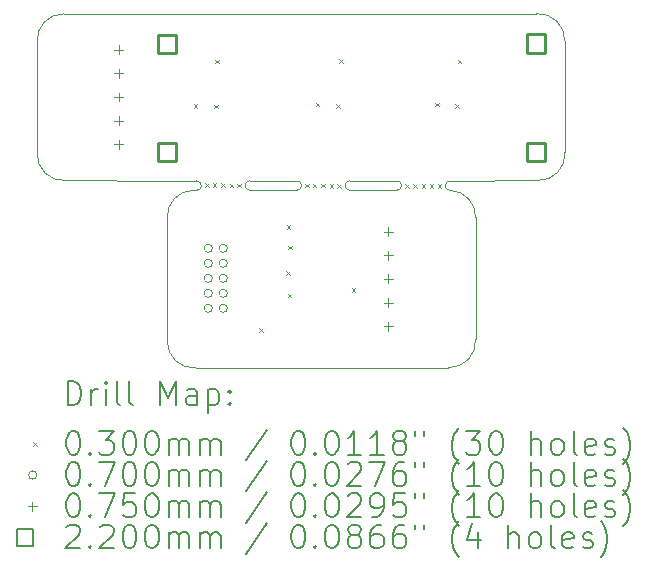
<source format=gbr>
%TF.GenerationSoftware,KiCad,Pcbnew,8.0.3*%
%TF.CreationDate,2025-09-30T21:19:31-04:00*%
%TF.ProjectId,NewHallSensorsLimitSwitches,4e657748-616c-46c5-9365-6e736f72734c,rev?*%
%TF.SameCoordinates,Original*%
%TF.FileFunction,Drillmap*%
%TF.FilePolarity,Positive*%
%FSLAX45Y45*%
G04 Gerber Fmt 4.5, Leading zero omitted, Abs format (unit mm)*
G04 Created by KiCad (PCBNEW 8.0.3) date 2025-09-30 21:19:31*
%MOMM*%
%LPD*%
G01*
G04 APERTURE LIST*
%ADD10C,0.050000*%
%ADD11C,0.200000*%
%ADD12C,0.100000*%
%ADD13C,0.220000*%
G04 APERTURE END LIST*
D10*
X18381000Y-11466000D02*
G75*
G02*
X18151000Y-11706993I-222930J-17490D01*
G01*
X16110000Y-11710000D02*
G75*
G02*
X16110000Y-11790000I0J-40000D01*
G01*
X13911880Y-11477163D02*
X13911837Y-10536880D01*
X15712500Y-11790000D02*
G75*
G02*
X15712500Y-11710000I0J40000D01*
G01*
X18138000Y-10295000D02*
G75*
G02*
X18378993Y-10525000I17490J-222930D01*
G01*
X17407500Y-11790000D02*
G75*
G02*
X17623995Y-12020462I-6900J-223400D01*
G01*
X15013711Y-12030504D02*
G75*
G02*
X15243711Y-11789508I222939J17484D01*
G01*
X17407500Y-11710000D02*
X18151000Y-11707000D01*
X17624038Y-13050745D02*
X17623995Y-12020462D01*
X15262500Y-11790000D02*
X15243711Y-11789504D01*
X15021000Y-11709000D02*
X15262500Y-11710000D01*
X16957500Y-11710000D02*
G75*
G02*
X16957500Y-11790000I0J-40000D01*
G01*
X16560000Y-11790000D02*
G75*
G02*
X16560000Y-11710000I0J40000D01*
G01*
X15013754Y-13063789D02*
X15013711Y-12030504D01*
X15254754Y-13293789D02*
G75*
G02*
X15013758Y-13063789I-17484J222939D01*
G01*
X17407500Y-11790000D02*
G75*
G02*
X17407500Y-11710000I0J40000D01*
G01*
X14141837Y-10295880D02*
X18138000Y-10295000D01*
X15021000Y-11709000D02*
X14152880Y-11707163D01*
X15712500Y-11710000D02*
X16110000Y-11710000D01*
X15254754Y-13293789D02*
X17394038Y-13291745D01*
X17624038Y-13050745D02*
G75*
G02*
X17394038Y-13291741I-222938J-17485D01*
G01*
X13911837Y-10536880D02*
G75*
G02*
X14141837Y-10295884I222933J17490D01*
G01*
X16110000Y-11790000D02*
X15712500Y-11790000D01*
X14152880Y-11707163D02*
G75*
G02*
X13911884Y-11477163I-17490J222933D01*
G01*
X15262500Y-11710000D02*
G75*
G02*
X15262500Y-11790000I0J-40000D01*
G01*
X18379000Y-10525000D02*
X18381000Y-11466000D01*
X16957500Y-11790000D02*
X16560000Y-11790000D01*
X16957500Y-11710000D02*
X16560000Y-11710000D01*
D11*
D12*
X15237000Y-11062500D02*
X15267000Y-11092500D01*
X15267000Y-11062500D02*
X15237000Y-11092500D01*
X15335000Y-11732500D02*
X15365000Y-11762500D01*
X15365000Y-11732500D02*
X15335000Y-11762500D01*
X15400000Y-11732500D02*
X15430000Y-11762500D01*
X15430000Y-11732500D02*
X15400000Y-11762500D01*
X15410000Y-11065500D02*
X15440000Y-11095500D01*
X15440000Y-11065500D02*
X15410000Y-11095500D01*
X15419000Y-10685500D02*
X15449000Y-10715500D01*
X15449000Y-10685500D02*
X15419000Y-10715500D01*
X15472500Y-11732500D02*
X15502500Y-11762500D01*
X15502500Y-11732500D02*
X15472500Y-11762500D01*
X15542500Y-11735000D02*
X15572500Y-11765000D01*
X15572500Y-11735000D02*
X15542500Y-11765000D01*
X15607500Y-11735000D02*
X15637500Y-11765000D01*
X15637500Y-11735000D02*
X15607500Y-11765000D01*
X15792500Y-12959500D02*
X15822500Y-12989500D01*
X15822500Y-12959500D02*
X15792500Y-12989500D01*
X16022500Y-12475500D02*
X16052500Y-12505500D01*
X16052500Y-12475500D02*
X16022500Y-12505500D01*
X16026500Y-12085500D02*
X16056500Y-12115500D01*
X16056500Y-12085500D02*
X16026500Y-12115500D01*
X16033500Y-12666500D02*
X16063500Y-12696500D01*
X16063500Y-12666500D02*
X16033500Y-12696500D01*
X16038500Y-12261500D02*
X16068500Y-12291500D01*
X16068500Y-12261500D02*
X16038500Y-12291500D01*
X16179999Y-11735000D02*
X16209999Y-11765000D01*
X16209999Y-11735000D02*
X16179999Y-11765000D01*
X16245000Y-11735000D02*
X16275000Y-11765000D01*
X16275000Y-11735000D02*
X16245000Y-11765000D01*
X16270000Y-11050000D02*
X16300000Y-11080000D01*
X16300000Y-11050000D02*
X16270000Y-11080000D01*
X16317500Y-11735000D02*
X16347500Y-11765000D01*
X16347500Y-11735000D02*
X16317500Y-11765000D01*
X16387500Y-11737500D02*
X16417500Y-11767500D01*
X16417500Y-11737500D02*
X16387500Y-11767500D01*
X16443000Y-11059500D02*
X16473000Y-11089500D01*
X16473000Y-11059500D02*
X16443000Y-11089500D01*
X16452500Y-11737500D02*
X16482500Y-11767500D01*
X16482500Y-11737500D02*
X16452500Y-11767500D01*
X16470000Y-10682500D02*
X16500000Y-10712500D01*
X16500000Y-10682500D02*
X16470000Y-10712500D01*
X16575500Y-12618500D02*
X16605500Y-12648500D01*
X16605500Y-12618500D02*
X16575500Y-12648500D01*
X17029999Y-11737500D02*
X17059999Y-11767500D01*
X17059999Y-11737500D02*
X17029999Y-11767500D01*
X17095000Y-11737500D02*
X17125000Y-11767500D01*
X17125000Y-11737500D02*
X17095000Y-11767500D01*
X17167500Y-11737500D02*
X17197500Y-11767500D01*
X17197500Y-11737500D02*
X17167500Y-11767500D01*
X17237500Y-11740000D02*
X17267500Y-11770000D01*
X17267500Y-11740000D02*
X17237500Y-11770000D01*
X17281000Y-11048000D02*
X17311000Y-11078000D01*
X17311000Y-11048000D02*
X17281000Y-11078000D01*
X17302500Y-11740000D02*
X17332500Y-11770000D01*
X17332500Y-11740000D02*
X17302500Y-11770000D01*
X17450000Y-11060500D02*
X17480000Y-11090500D01*
X17480000Y-11060500D02*
X17450000Y-11090500D01*
X17472000Y-10685500D02*
X17502000Y-10715500D01*
X17502000Y-10685500D02*
X17472000Y-10715500D01*
X15395500Y-12281500D02*
G75*
G02*
X15325500Y-12281500I-35000J0D01*
G01*
X15325500Y-12281500D02*
G75*
G02*
X15395500Y-12281500I35000J0D01*
G01*
X15395500Y-12408500D02*
G75*
G02*
X15325500Y-12408500I-35000J0D01*
G01*
X15325500Y-12408500D02*
G75*
G02*
X15395500Y-12408500I35000J0D01*
G01*
X15395500Y-12535500D02*
G75*
G02*
X15325500Y-12535500I-35000J0D01*
G01*
X15325500Y-12535500D02*
G75*
G02*
X15395500Y-12535500I35000J0D01*
G01*
X15395500Y-12662500D02*
G75*
G02*
X15325500Y-12662500I-35000J0D01*
G01*
X15325500Y-12662500D02*
G75*
G02*
X15395500Y-12662500I35000J0D01*
G01*
X15395500Y-12789500D02*
G75*
G02*
X15325500Y-12789500I-35000J0D01*
G01*
X15325500Y-12789500D02*
G75*
G02*
X15395500Y-12789500I35000J0D01*
G01*
X15522500Y-12281500D02*
G75*
G02*
X15452500Y-12281500I-35000J0D01*
G01*
X15452500Y-12281500D02*
G75*
G02*
X15522500Y-12281500I35000J0D01*
G01*
X15522500Y-12408500D02*
G75*
G02*
X15452500Y-12408500I-35000J0D01*
G01*
X15452500Y-12408500D02*
G75*
G02*
X15522500Y-12408500I35000J0D01*
G01*
X15522500Y-12535500D02*
G75*
G02*
X15452500Y-12535500I-35000J0D01*
G01*
X15452500Y-12535500D02*
G75*
G02*
X15522500Y-12535500I35000J0D01*
G01*
X15522500Y-12662500D02*
G75*
G02*
X15452500Y-12662500I-35000J0D01*
G01*
X15452500Y-12662500D02*
G75*
G02*
X15522500Y-12662500I35000J0D01*
G01*
X15522500Y-12789500D02*
G75*
G02*
X15452500Y-12789500I-35000J0D01*
G01*
X15452500Y-12789500D02*
G75*
G02*
X15522500Y-12789500I35000J0D01*
G01*
X14604000Y-10563500D02*
X14604000Y-10638500D01*
X14566500Y-10601000D02*
X14641500Y-10601000D01*
X14604000Y-10763500D02*
X14604000Y-10838500D01*
X14566500Y-10801000D02*
X14641500Y-10801000D01*
X14604000Y-10963500D02*
X14604000Y-11038500D01*
X14566500Y-11001000D02*
X14641500Y-11001000D01*
X14604000Y-11163500D02*
X14604000Y-11238500D01*
X14566500Y-11201000D02*
X14641500Y-11201000D01*
X14604000Y-11363500D02*
X14604000Y-11438500D01*
X14566500Y-11401000D02*
X14641500Y-11401000D01*
X16885500Y-12103000D02*
X16885500Y-12178000D01*
X16848000Y-12140500D02*
X16923000Y-12140500D01*
X16885500Y-12303000D02*
X16885500Y-12378000D01*
X16848000Y-12340500D02*
X16923000Y-12340500D01*
X16885500Y-12503000D02*
X16885500Y-12578000D01*
X16848000Y-12540500D02*
X16923000Y-12540500D01*
X16885500Y-12703000D02*
X16885500Y-12778000D01*
X16848000Y-12740500D02*
X16923000Y-12740500D01*
X16885500Y-12903000D02*
X16885500Y-12978000D01*
X16848000Y-12940500D02*
X16923000Y-12940500D01*
D13*
X15089782Y-10627783D02*
X15089782Y-10472218D01*
X14934217Y-10472218D01*
X14934217Y-10627783D01*
X15089782Y-10627783D01*
X15090282Y-11542782D02*
X15090282Y-11387217D01*
X14934717Y-11387217D01*
X14934717Y-11542782D01*
X15090282Y-11542782D01*
X18212783Y-10625783D02*
X18212783Y-10470218D01*
X18057218Y-10470218D01*
X18057218Y-10625783D01*
X18212783Y-10625783D01*
X18215283Y-11543782D02*
X18215283Y-11388217D01*
X18059718Y-11388217D01*
X18059718Y-11543782D01*
X18215283Y-11543782D01*
D11*
X14169429Y-13608457D02*
X14169429Y-13408457D01*
X14169429Y-13408457D02*
X14217048Y-13408457D01*
X14217048Y-13408457D02*
X14245620Y-13417981D01*
X14245620Y-13417981D02*
X14264667Y-13437029D01*
X14264667Y-13437029D02*
X14274191Y-13456076D01*
X14274191Y-13456076D02*
X14283715Y-13494172D01*
X14283715Y-13494172D02*
X14283715Y-13522743D01*
X14283715Y-13522743D02*
X14274191Y-13560838D01*
X14274191Y-13560838D02*
X14264667Y-13579886D01*
X14264667Y-13579886D02*
X14245620Y-13598934D01*
X14245620Y-13598934D02*
X14217048Y-13608457D01*
X14217048Y-13608457D02*
X14169429Y-13608457D01*
X14369429Y-13608457D02*
X14369429Y-13475124D01*
X14369429Y-13513219D02*
X14378953Y-13494172D01*
X14378953Y-13494172D02*
X14388477Y-13484648D01*
X14388477Y-13484648D02*
X14407524Y-13475124D01*
X14407524Y-13475124D02*
X14426572Y-13475124D01*
X14493239Y-13608457D02*
X14493239Y-13475124D01*
X14493239Y-13408457D02*
X14483715Y-13417981D01*
X14483715Y-13417981D02*
X14493239Y-13427505D01*
X14493239Y-13427505D02*
X14502762Y-13417981D01*
X14502762Y-13417981D02*
X14493239Y-13408457D01*
X14493239Y-13408457D02*
X14493239Y-13427505D01*
X14617048Y-13608457D02*
X14598000Y-13598934D01*
X14598000Y-13598934D02*
X14588477Y-13579886D01*
X14588477Y-13579886D02*
X14588477Y-13408457D01*
X14721810Y-13608457D02*
X14702762Y-13598934D01*
X14702762Y-13598934D02*
X14693239Y-13579886D01*
X14693239Y-13579886D02*
X14693239Y-13408457D01*
X14950381Y-13608457D02*
X14950381Y-13408457D01*
X14950381Y-13408457D02*
X15017048Y-13551315D01*
X15017048Y-13551315D02*
X15083715Y-13408457D01*
X15083715Y-13408457D02*
X15083715Y-13608457D01*
X15264667Y-13608457D02*
X15264667Y-13503696D01*
X15264667Y-13503696D02*
X15255143Y-13484648D01*
X15255143Y-13484648D02*
X15236096Y-13475124D01*
X15236096Y-13475124D02*
X15198000Y-13475124D01*
X15198000Y-13475124D02*
X15178953Y-13484648D01*
X15264667Y-13598934D02*
X15245620Y-13608457D01*
X15245620Y-13608457D02*
X15198000Y-13608457D01*
X15198000Y-13608457D02*
X15178953Y-13598934D01*
X15178953Y-13598934D02*
X15169429Y-13579886D01*
X15169429Y-13579886D02*
X15169429Y-13560838D01*
X15169429Y-13560838D02*
X15178953Y-13541791D01*
X15178953Y-13541791D02*
X15198000Y-13532267D01*
X15198000Y-13532267D02*
X15245620Y-13532267D01*
X15245620Y-13532267D02*
X15264667Y-13522743D01*
X15359905Y-13475124D02*
X15359905Y-13675124D01*
X15359905Y-13484648D02*
X15378953Y-13475124D01*
X15378953Y-13475124D02*
X15417048Y-13475124D01*
X15417048Y-13475124D02*
X15436096Y-13484648D01*
X15436096Y-13484648D02*
X15445620Y-13494172D01*
X15445620Y-13494172D02*
X15455143Y-13513219D01*
X15455143Y-13513219D02*
X15455143Y-13570362D01*
X15455143Y-13570362D02*
X15445620Y-13589410D01*
X15445620Y-13589410D02*
X15436096Y-13598934D01*
X15436096Y-13598934D02*
X15417048Y-13608457D01*
X15417048Y-13608457D02*
X15378953Y-13608457D01*
X15378953Y-13608457D02*
X15359905Y-13598934D01*
X15540858Y-13589410D02*
X15550381Y-13598934D01*
X15550381Y-13598934D02*
X15540858Y-13608457D01*
X15540858Y-13608457D02*
X15531334Y-13598934D01*
X15531334Y-13598934D02*
X15540858Y-13589410D01*
X15540858Y-13589410D02*
X15540858Y-13608457D01*
X15540858Y-13484648D02*
X15550381Y-13494172D01*
X15550381Y-13494172D02*
X15540858Y-13503696D01*
X15540858Y-13503696D02*
X15531334Y-13494172D01*
X15531334Y-13494172D02*
X15540858Y-13484648D01*
X15540858Y-13484648D02*
X15540858Y-13503696D01*
D12*
X13878652Y-13921974D02*
X13908652Y-13951974D01*
X13908652Y-13921974D02*
X13878652Y-13951974D01*
D11*
X14207524Y-13828457D02*
X14226572Y-13828457D01*
X14226572Y-13828457D02*
X14245620Y-13837981D01*
X14245620Y-13837981D02*
X14255143Y-13847505D01*
X14255143Y-13847505D02*
X14264667Y-13866553D01*
X14264667Y-13866553D02*
X14274191Y-13904648D01*
X14274191Y-13904648D02*
X14274191Y-13952267D01*
X14274191Y-13952267D02*
X14264667Y-13990362D01*
X14264667Y-13990362D02*
X14255143Y-14009410D01*
X14255143Y-14009410D02*
X14245620Y-14018934D01*
X14245620Y-14018934D02*
X14226572Y-14028457D01*
X14226572Y-14028457D02*
X14207524Y-14028457D01*
X14207524Y-14028457D02*
X14188477Y-14018934D01*
X14188477Y-14018934D02*
X14178953Y-14009410D01*
X14178953Y-14009410D02*
X14169429Y-13990362D01*
X14169429Y-13990362D02*
X14159905Y-13952267D01*
X14159905Y-13952267D02*
X14159905Y-13904648D01*
X14159905Y-13904648D02*
X14169429Y-13866553D01*
X14169429Y-13866553D02*
X14178953Y-13847505D01*
X14178953Y-13847505D02*
X14188477Y-13837981D01*
X14188477Y-13837981D02*
X14207524Y-13828457D01*
X14359905Y-14009410D02*
X14369429Y-14018934D01*
X14369429Y-14018934D02*
X14359905Y-14028457D01*
X14359905Y-14028457D02*
X14350381Y-14018934D01*
X14350381Y-14018934D02*
X14359905Y-14009410D01*
X14359905Y-14009410D02*
X14359905Y-14028457D01*
X14436096Y-13828457D02*
X14559905Y-13828457D01*
X14559905Y-13828457D02*
X14493239Y-13904648D01*
X14493239Y-13904648D02*
X14521810Y-13904648D01*
X14521810Y-13904648D02*
X14540858Y-13914172D01*
X14540858Y-13914172D02*
X14550381Y-13923696D01*
X14550381Y-13923696D02*
X14559905Y-13942743D01*
X14559905Y-13942743D02*
X14559905Y-13990362D01*
X14559905Y-13990362D02*
X14550381Y-14009410D01*
X14550381Y-14009410D02*
X14540858Y-14018934D01*
X14540858Y-14018934D02*
X14521810Y-14028457D01*
X14521810Y-14028457D02*
X14464667Y-14028457D01*
X14464667Y-14028457D02*
X14445620Y-14018934D01*
X14445620Y-14018934D02*
X14436096Y-14009410D01*
X14683715Y-13828457D02*
X14702762Y-13828457D01*
X14702762Y-13828457D02*
X14721810Y-13837981D01*
X14721810Y-13837981D02*
X14731334Y-13847505D01*
X14731334Y-13847505D02*
X14740858Y-13866553D01*
X14740858Y-13866553D02*
X14750381Y-13904648D01*
X14750381Y-13904648D02*
X14750381Y-13952267D01*
X14750381Y-13952267D02*
X14740858Y-13990362D01*
X14740858Y-13990362D02*
X14731334Y-14009410D01*
X14731334Y-14009410D02*
X14721810Y-14018934D01*
X14721810Y-14018934D02*
X14702762Y-14028457D01*
X14702762Y-14028457D02*
X14683715Y-14028457D01*
X14683715Y-14028457D02*
X14664667Y-14018934D01*
X14664667Y-14018934D02*
X14655143Y-14009410D01*
X14655143Y-14009410D02*
X14645620Y-13990362D01*
X14645620Y-13990362D02*
X14636096Y-13952267D01*
X14636096Y-13952267D02*
X14636096Y-13904648D01*
X14636096Y-13904648D02*
X14645620Y-13866553D01*
X14645620Y-13866553D02*
X14655143Y-13847505D01*
X14655143Y-13847505D02*
X14664667Y-13837981D01*
X14664667Y-13837981D02*
X14683715Y-13828457D01*
X14874191Y-13828457D02*
X14893239Y-13828457D01*
X14893239Y-13828457D02*
X14912286Y-13837981D01*
X14912286Y-13837981D02*
X14921810Y-13847505D01*
X14921810Y-13847505D02*
X14931334Y-13866553D01*
X14931334Y-13866553D02*
X14940858Y-13904648D01*
X14940858Y-13904648D02*
X14940858Y-13952267D01*
X14940858Y-13952267D02*
X14931334Y-13990362D01*
X14931334Y-13990362D02*
X14921810Y-14009410D01*
X14921810Y-14009410D02*
X14912286Y-14018934D01*
X14912286Y-14018934D02*
X14893239Y-14028457D01*
X14893239Y-14028457D02*
X14874191Y-14028457D01*
X14874191Y-14028457D02*
X14855143Y-14018934D01*
X14855143Y-14018934D02*
X14845620Y-14009410D01*
X14845620Y-14009410D02*
X14836096Y-13990362D01*
X14836096Y-13990362D02*
X14826572Y-13952267D01*
X14826572Y-13952267D02*
X14826572Y-13904648D01*
X14826572Y-13904648D02*
X14836096Y-13866553D01*
X14836096Y-13866553D02*
X14845620Y-13847505D01*
X14845620Y-13847505D02*
X14855143Y-13837981D01*
X14855143Y-13837981D02*
X14874191Y-13828457D01*
X15026572Y-14028457D02*
X15026572Y-13895124D01*
X15026572Y-13914172D02*
X15036096Y-13904648D01*
X15036096Y-13904648D02*
X15055143Y-13895124D01*
X15055143Y-13895124D02*
X15083715Y-13895124D01*
X15083715Y-13895124D02*
X15102762Y-13904648D01*
X15102762Y-13904648D02*
X15112286Y-13923696D01*
X15112286Y-13923696D02*
X15112286Y-14028457D01*
X15112286Y-13923696D02*
X15121810Y-13904648D01*
X15121810Y-13904648D02*
X15140858Y-13895124D01*
X15140858Y-13895124D02*
X15169429Y-13895124D01*
X15169429Y-13895124D02*
X15188477Y-13904648D01*
X15188477Y-13904648D02*
X15198001Y-13923696D01*
X15198001Y-13923696D02*
X15198001Y-14028457D01*
X15293239Y-14028457D02*
X15293239Y-13895124D01*
X15293239Y-13914172D02*
X15302762Y-13904648D01*
X15302762Y-13904648D02*
X15321810Y-13895124D01*
X15321810Y-13895124D02*
X15350382Y-13895124D01*
X15350382Y-13895124D02*
X15369429Y-13904648D01*
X15369429Y-13904648D02*
X15378953Y-13923696D01*
X15378953Y-13923696D02*
X15378953Y-14028457D01*
X15378953Y-13923696D02*
X15388477Y-13904648D01*
X15388477Y-13904648D02*
X15407524Y-13895124D01*
X15407524Y-13895124D02*
X15436096Y-13895124D01*
X15436096Y-13895124D02*
X15455143Y-13904648D01*
X15455143Y-13904648D02*
X15464667Y-13923696D01*
X15464667Y-13923696D02*
X15464667Y-14028457D01*
X15855143Y-13818934D02*
X15683715Y-14076076D01*
X16112286Y-13828457D02*
X16131334Y-13828457D01*
X16131334Y-13828457D02*
X16150382Y-13837981D01*
X16150382Y-13837981D02*
X16159905Y-13847505D01*
X16159905Y-13847505D02*
X16169429Y-13866553D01*
X16169429Y-13866553D02*
X16178953Y-13904648D01*
X16178953Y-13904648D02*
X16178953Y-13952267D01*
X16178953Y-13952267D02*
X16169429Y-13990362D01*
X16169429Y-13990362D02*
X16159905Y-14009410D01*
X16159905Y-14009410D02*
X16150382Y-14018934D01*
X16150382Y-14018934D02*
X16131334Y-14028457D01*
X16131334Y-14028457D02*
X16112286Y-14028457D01*
X16112286Y-14028457D02*
X16093239Y-14018934D01*
X16093239Y-14018934D02*
X16083715Y-14009410D01*
X16083715Y-14009410D02*
X16074191Y-13990362D01*
X16074191Y-13990362D02*
X16064667Y-13952267D01*
X16064667Y-13952267D02*
X16064667Y-13904648D01*
X16064667Y-13904648D02*
X16074191Y-13866553D01*
X16074191Y-13866553D02*
X16083715Y-13847505D01*
X16083715Y-13847505D02*
X16093239Y-13837981D01*
X16093239Y-13837981D02*
X16112286Y-13828457D01*
X16264667Y-14009410D02*
X16274191Y-14018934D01*
X16274191Y-14018934D02*
X16264667Y-14028457D01*
X16264667Y-14028457D02*
X16255144Y-14018934D01*
X16255144Y-14018934D02*
X16264667Y-14009410D01*
X16264667Y-14009410D02*
X16264667Y-14028457D01*
X16398001Y-13828457D02*
X16417048Y-13828457D01*
X16417048Y-13828457D02*
X16436096Y-13837981D01*
X16436096Y-13837981D02*
X16445620Y-13847505D01*
X16445620Y-13847505D02*
X16455144Y-13866553D01*
X16455144Y-13866553D02*
X16464667Y-13904648D01*
X16464667Y-13904648D02*
X16464667Y-13952267D01*
X16464667Y-13952267D02*
X16455144Y-13990362D01*
X16455144Y-13990362D02*
X16445620Y-14009410D01*
X16445620Y-14009410D02*
X16436096Y-14018934D01*
X16436096Y-14018934D02*
X16417048Y-14028457D01*
X16417048Y-14028457D02*
X16398001Y-14028457D01*
X16398001Y-14028457D02*
X16378953Y-14018934D01*
X16378953Y-14018934D02*
X16369429Y-14009410D01*
X16369429Y-14009410D02*
X16359905Y-13990362D01*
X16359905Y-13990362D02*
X16350382Y-13952267D01*
X16350382Y-13952267D02*
X16350382Y-13904648D01*
X16350382Y-13904648D02*
X16359905Y-13866553D01*
X16359905Y-13866553D02*
X16369429Y-13847505D01*
X16369429Y-13847505D02*
X16378953Y-13837981D01*
X16378953Y-13837981D02*
X16398001Y-13828457D01*
X16655144Y-14028457D02*
X16540858Y-14028457D01*
X16598001Y-14028457D02*
X16598001Y-13828457D01*
X16598001Y-13828457D02*
X16578953Y-13857029D01*
X16578953Y-13857029D02*
X16559905Y-13876076D01*
X16559905Y-13876076D02*
X16540858Y-13885600D01*
X16845620Y-14028457D02*
X16731334Y-14028457D01*
X16788477Y-14028457D02*
X16788477Y-13828457D01*
X16788477Y-13828457D02*
X16769429Y-13857029D01*
X16769429Y-13857029D02*
X16750382Y-13876076D01*
X16750382Y-13876076D02*
X16731334Y-13885600D01*
X16959906Y-13914172D02*
X16940858Y-13904648D01*
X16940858Y-13904648D02*
X16931334Y-13895124D01*
X16931334Y-13895124D02*
X16921810Y-13876076D01*
X16921810Y-13876076D02*
X16921810Y-13866553D01*
X16921810Y-13866553D02*
X16931334Y-13847505D01*
X16931334Y-13847505D02*
X16940858Y-13837981D01*
X16940858Y-13837981D02*
X16959906Y-13828457D01*
X16959906Y-13828457D02*
X16998001Y-13828457D01*
X16998001Y-13828457D02*
X17017048Y-13837981D01*
X17017048Y-13837981D02*
X17026572Y-13847505D01*
X17026572Y-13847505D02*
X17036096Y-13866553D01*
X17036096Y-13866553D02*
X17036096Y-13876076D01*
X17036096Y-13876076D02*
X17026572Y-13895124D01*
X17026572Y-13895124D02*
X17017048Y-13904648D01*
X17017048Y-13904648D02*
X16998001Y-13914172D01*
X16998001Y-13914172D02*
X16959906Y-13914172D01*
X16959906Y-13914172D02*
X16940858Y-13923696D01*
X16940858Y-13923696D02*
X16931334Y-13933219D01*
X16931334Y-13933219D02*
X16921810Y-13952267D01*
X16921810Y-13952267D02*
X16921810Y-13990362D01*
X16921810Y-13990362D02*
X16931334Y-14009410D01*
X16931334Y-14009410D02*
X16940858Y-14018934D01*
X16940858Y-14018934D02*
X16959906Y-14028457D01*
X16959906Y-14028457D02*
X16998001Y-14028457D01*
X16998001Y-14028457D02*
X17017048Y-14018934D01*
X17017048Y-14018934D02*
X17026572Y-14009410D01*
X17026572Y-14009410D02*
X17036096Y-13990362D01*
X17036096Y-13990362D02*
X17036096Y-13952267D01*
X17036096Y-13952267D02*
X17026572Y-13933219D01*
X17026572Y-13933219D02*
X17017048Y-13923696D01*
X17017048Y-13923696D02*
X16998001Y-13914172D01*
X17112287Y-13828457D02*
X17112287Y-13866553D01*
X17188477Y-13828457D02*
X17188477Y-13866553D01*
X17483715Y-14104648D02*
X17474191Y-14095124D01*
X17474191Y-14095124D02*
X17455144Y-14066553D01*
X17455144Y-14066553D02*
X17445620Y-14047505D01*
X17445620Y-14047505D02*
X17436096Y-14018934D01*
X17436096Y-14018934D02*
X17426572Y-13971315D01*
X17426572Y-13971315D02*
X17426572Y-13933219D01*
X17426572Y-13933219D02*
X17436096Y-13885600D01*
X17436096Y-13885600D02*
X17445620Y-13857029D01*
X17445620Y-13857029D02*
X17455144Y-13837981D01*
X17455144Y-13837981D02*
X17474191Y-13809410D01*
X17474191Y-13809410D02*
X17483715Y-13799886D01*
X17540858Y-13828457D02*
X17664668Y-13828457D01*
X17664668Y-13828457D02*
X17598001Y-13904648D01*
X17598001Y-13904648D02*
X17626572Y-13904648D01*
X17626572Y-13904648D02*
X17645620Y-13914172D01*
X17645620Y-13914172D02*
X17655144Y-13923696D01*
X17655144Y-13923696D02*
X17664668Y-13942743D01*
X17664668Y-13942743D02*
X17664668Y-13990362D01*
X17664668Y-13990362D02*
X17655144Y-14009410D01*
X17655144Y-14009410D02*
X17645620Y-14018934D01*
X17645620Y-14018934D02*
X17626572Y-14028457D01*
X17626572Y-14028457D02*
X17569429Y-14028457D01*
X17569429Y-14028457D02*
X17550382Y-14018934D01*
X17550382Y-14018934D02*
X17540858Y-14009410D01*
X17788477Y-13828457D02*
X17807525Y-13828457D01*
X17807525Y-13828457D02*
X17826572Y-13837981D01*
X17826572Y-13837981D02*
X17836096Y-13847505D01*
X17836096Y-13847505D02*
X17845620Y-13866553D01*
X17845620Y-13866553D02*
X17855144Y-13904648D01*
X17855144Y-13904648D02*
X17855144Y-13952267D01*
X17855144Y-13952267D02*
X17845620Y-13990362D01*
X17845620Y-13990362D02*
X17836096Y-14009410D01*
X17836096Y-14009410D02*
X17826572Y-14018934D01*
X17826572Y-14018934D02*
X17807525Y-14028457D01*
X17807525Y-14028457D02*
X17788477Y-14028457D01*
X17788477Y-14028457D02*
X17769429Y-14018934D01*
X17769429Y-14018934D02*
X17759906Y-14009410D01*
X17759906Y-14009410D02*
X17750382Y-13990362D01*
X17750382Y-13990362D02*
X17740858Y-13952267D01*
X17740858Y-13952267D02*
X17740858Y-13904648D01*
X17740858Y-13904648D02*
X17750382Y-13866553D01*
X17750382Y-13866553D02*
X17759906Y-13847505D01*
X17759906Y-13847505D02*
X17769429Y-13837981D01*
X17769429Y-13837981D02*
X17788477Y-13828457D01*
X18093239Y-14028457D02*
X18093239Y-13828457D01*
X18178953Y-14028457D02*
X18178953Y-13923696D01*
X18178953Y-13923696D02*
X18169430Y-13904648D01*
X18169430Y-13904648D02*
X18150382Y-13895124D01*
X18150382Y-13895124D02*
X18121810Y-13895124D01*
X18121810Y-13895124D02*
X18102763Y-13904648D01*
X18102763Y-13904648D02*
X18093239Y-13914172D01*
X18302763Y-14028457D02*
X18283715Y-14018934D01*
X18283715Y-14018934D02*
X18274191Y-14009410D01*
X18274191Y-14009410D02*
X18264668Y-13990362D01*
X18264668Y-13990362D02*
X18264668Y-13933219D01*
X18264668Y-13933219D02*
X18274191Y-13914172D01*
X18274191Y-13914172D02*
X18283715Y-13904648D01*
X18283715Y-13904648D02*
X18302763Y-13895124D01*
X18302763Y-13895124D02*
X18331334Y-13895124D01*
X18331334Y-13895124D02*
X18350382Y-13904648D01*
X18350382Y-13904648D02*
X18359906Y-13914172D01*
X18359906Y-13914172D02*
X18369430Y-13933219D01*
X18369430Y-13933219D02*
X18369430Y-13990362D01*
X18369430Y-13990362D02*
X18359906Y-14009410D01*
X18359906Y-14009410D02*
X18350382Y-14018934D01*
X18350382Y-14018934D02*
X18331334Y-14028457D01*
X18331334Y-14028457D02*
X18302763Y-14028457D01*
X18483715Y-14028457D02*
X18464668Y-14018934D01*
X18464668Y-14018934D02*
X18455144Y-13999886D01*
X18455144Y-13999886D02*
X18455144Y-13828457D01*
X18636096Y-14018934D02*
X18617049Y-14028457D01*
X18617049Y-14028457D02*
X18578953Y-14028457D01*
X18578953Y-14028457D02*
X18559906Y-14018934D01*
X18559906Y-14018934D02*
X18550382Y-13999886D01*
X18550382Y-13999886D02*
X18550382Y-13923696D01*
X18550382Y-13923696D02*
X18559906Y-13904648D01*
X18559906Y-13904648D02*
X18578953Y-13895124D01*
X18578953Y-13895124D02*
X18617049Y-13895124D01*
X18617049Y-13895124D02*
X18636096Y-13904648D01*
X18636096Y-13904648D02*
X18645620Y-13923696D01*
X18645620Y-13923696D02*
X18645620Y-13942743D01*
X18645620Y-13942743D02*
X18550382Y-13961791D01*
X18721811Y-14018934D02*
X18740858Y-14028457D01*
X18740858Y-14028457D02*
X18778953Y-14028457D01*
X18778953Y-14028457D02*
X18798001Y-14018934D01*
X18798001Y-14018934D02*
X18807525Y-13999886D01*
X18807525Y-13999886D02*
X18807525Y-13990362D01*
X18807525Y-13990362D02*
X18798001Y-13971315D01*
X18798001Y-13971315D02*
X18778953Y-13961791D01*
X18778953Y-13961791D02*
X18750382Y-13961791D01*
X18750382Y-13961791D02*
X18731334Y-13952267D01*
X18731334Y-13952267D02*
X18721811Y-13933219D01*
X18721811Y-13933219D02*
X18721811Y-13923696D01*
X18721811Y-13923696D02*
X18731334Y-13904648D01*
X18731334Y-13904648D02*
X18750382Y-13895124D01*
X18750382Y-13895124D02*
X18778953Y-13895124D01*
X18778953Y-13895124D02*
X18798001Y-13904648D01*
X18874192Y-14104648D02*
X18883715Y-14095124D01*
X18883715Y-14095124D02*
X18902763Y-14066553D01*
X18902763Y-14066553D02*
X18912287Y-14047505D01*
X18912287Y-14047505D02*
X18921811Y-14018934D01*
X18921811Y-14018934D02*
X18931334Y-13971315D01*
X18931334Y-13971315D02*
X18931334Y-13933219D01*
X18931334Y-13933219D02*
X18921811Y-13885600D01*
X18921811Y-13885600D02*
X18912287Y-13857029D01*
X18912287Y-13857029D02*
X18902763Y-13837981D01*
X18902763Y-13837981D02*
X18883715Y-13809410D01*
X18883715Y-13809410D02*
X18874192Y-13799886D01*
D12*
X13908652Y-14200974D02*
G75*
G02*
X13838652Y-14200974I-35000J0D01*
G01*
X13838652Y-14200974D02*
G75*
G02*
X13908652Y-14200974I35000J0D01*
G01*
D11*
X14207524Y-14092457D02*
X14226572Y-14092457D01*
X14226572Y-14092457D02*
X14245620Y-14101981D01*
X14245620Y-14101981D02*
X14255143Y-14111505D01*
X14255143Y-14111505D02*
X14264667Y-14130553D01*
X14264667Y-14130553D02*
X14274191Y-14168648D01*
X14274191Y-14168648D02*
X14274191Y-14216267D01*
X14274191Y-14216267D02*
X14264667Y-14254362D01*
X14264667Y-14254362D02*
X14255143Y-14273410D01*
X14255143Y-14273410D02*
X14245620Y-14282934D01*
X14245620Y-14282934D02*
X14226572Y-14292457D01*
X14226572Y-14292457D02*
X14207524Y-14292457D01*
X14207524Y-14292457D02*
X14188477Y-14282934D01*
X14188477Y-14282934D02*
X14178953Y-14273410D01*
X14178953Y-14273410D02*
X14169429Y-14254362D01*
X14169429Y-14254362D02*
X14159905Y-14216267D01*
X14159905Y-14216267D02*
X14159905Y-14168648D01*
X14159905Y-14168648D02*
X14169429Y-14130553D01*
X14169429Y-14130553D02*
X14178953Y-14111505D01*
X14178953Y-14111505D02*
X14188477Y-14101981D01*
X14188477Y-14101981D02*
X14207524Y-14092457D01*
X14359905Y-14273410D02*
X14369429Y-14282934D01*
X14369429Y-14282934D02*
X14359905Y-14292457D01*
X14359905Y-14292457D02*
X14350381Y-14282934D01*
X14350381Y-14282934D02*
X14359905Y-14273410D01*
X14359905Y-14273410D02*
X14359905Y-14292457D01*
X14436096Y-14092457D02*
X14569429Y-14092457D01*
X14569429Y-14092457D02*
X14483715Y-14292457D01*
X14683715Y-14092457D02*
X14702762Y-14092457D01*
X14702762Y-14092457D02*
X14721810Y-14101981D01*
X14721810Y-14101981D02*
X14731334Y-14111505D01*
X14731334Y-14111505D02*
X14740858Y-14130553D01*
X14740858Y-14130553D02*
X14750381Y-14168648D01*
X14750381Y-14168648D02*
X14750381Y-14216267D01*
X14750381Y-14216267D02*
X14740858Y-14254362D01*
X14740858Y-14254362D02*
X14731334Y-14273410D01*
X14731334Y-14273410D02*
X14721810Y-14282934D01*
X14721810Y-14282934D02*
X14702762Y-14292457D01*
X14702762Y-14292457D02*
X14683715Y-14292457D01*
X14683715Y-14292457D02*
X14664667Y-14282934D01*
X14664667Y-14282934D02*
X14655143Y-14273410D01*
X14655143Y-14273410D02*
X14645620Y-14254362D01*
X14645620Y-14254362D02*
X14636096Y-14216267D01*
X14636096Y-14216267D02*
X14636096Y-14168648D01*
X14636096Y-14168648D02*
X14645620Y-14130553D01*
X14645620Y-14130553D02*
X14655143Y-14111505D01*
X14655143Y-14111505D02*
X14664667Y-14101981D01*
X14664667Y-14101981D02*
X14683715Y-14092457D01*
X14874191Y-14092457D02*
X14893239Y-14092457D01*
X14893239Y-14092457D02*
X14912286Y-14101981D01*
X14912286Y-14101981D02*
X14921810Y-14111505D01*
X14921810Y-14111505D02*
X14931334Y-14130553D01*
X14931334Y-14130553D02*
X14940858Y-14168648D01*
X14940858Y-14168648D02*
X14940858Y-14216267D01*
X14940858Y-14216267D02*
X14931334Y-14254362D01*
X14931334Y-14254362D02*
X14921810Y-14273410D01*
X14921810Y-14273410D02*
X14912286Y-14282934D01*
X14912286Y-14282934D02*
X14893239Y-14292457D01*
X14893239Y-14292457D02*
X14874191Y-14292457D01*
X14874191Y-14292457D02*
X14855143Y-14282934D01*
X14855143Y-14282934D02*
X14845620Y-14273410D01*
X14845620Y-14273410D02*
X14836096Y-14254362D01*
X14836096Y-14254362D02*
X14826572Y-14216267D01*
X14826572Y-14216267D02*
X14826572Y-14168648D01*
X14826572Y-14168648D02*
X14836096Y-14130553D01*
X14836096Y-14130553D02*
X14845620Y-14111505D01*
X14845620Y-14111505D02*
X14855143Y-14101981D01*
X14855143Y-14101981D02*
X14874191Y-14092457D01*
X15026572Y-14292457D02*
X15026572Y-14159124D01*
X15026572Y-14178172D02*
X15036096Y-14168648D01*
X15036096Y-14168648D02*
X15055143Y-14159124D01*
X15055143Y-14159124D02*
X15083715Y-14159124D01*
X15083715Y-14159124D02*
X15102762Y-14168648D01*
X15102762Y-14168648D02*
X15112286Y-14187696D01*
X15112286Y-14187696D02*
X15112286Y-14292457D01*
X15112286Y-14187696D02*
X15121810Y-14168648D01*
X15121810Y-14168648D02*
X15140858Y-14159124D01*
X15140858Y-14159124D02*
X15169429Y-14159124D01*
X15169429Y-14159124D02*
X15188477Y-14168648D01*
X15188477Y-14168648D02*
X15198001Y-14187696D01*
X15198001Y-14187696D02*
X15198001Y-14292457D01*
X15293239Y-14292457D02*
X15293239Y-14159124D01*
X15293239Y-14178172D02*
X15302762Y-14168648D01*
X15302762Y-14168648D02*
X15321810Y-14159124D01*
X15321810Y-14159124D02*
X15350382Y-14159124D01*
X15350382Y-14159124D02*
X15369429Y-14168648D01*
X15369429Y-14168648D02*
X15378953Y-14187696D01*
X15378953Y-14187696D02*
X15378953Y-14292457D01*
X15378953Y-14187696D02*
X15388477Y-14168648D01*
X15388477Y-14168648D02*
X15407524Y-14159124D01*
X15407524Y-14159124D02*
X15436096Y-14159124D01*
X15436096Y-14159124D02*
X15455143Y-14168648D01*
X15455143Y-14168648D02*
X15464667Y-14187696D01*
X15464667Y-14187696D02*
X15464667Y-14292457D01*
X15855143Y-14082934D02*
X15683715Y-14340076D01*
X16112286Y-14092457D02*
X16131334Y-14092457D01*
X16131334Y-14092457D02*
X16150382Y-14101981D01*
X16150382Y-14101981D02*
X16159905Y-14111505D01*
X16159905Y-14111505D02*
X16169429Y-14130553D01*
X16169429Y-14130553D02*
X16178953Y-14168648D01*
X16178953Y-14168648D02*
X16178953Y-14216267D01*
X16178953Y-14216267D02*
X16169429Y-14254362D01*
X16169429Y-14254362D02*
X16159905Y-14273410D01*
X16159905Y-14273410D02*
X16150382Y-14282934D01*
X16150382Y-14282934D02*
X16131334Y-14292457D01*
X16131334Y-14292457D02*
X16112286Y-14292457D01*
X16112286Y-14292457D02*
X16093239Y-14282934D01*
X16093239Y-14282934D02*
X16083715Y-14273410D01*
X16083715Y-14273410D02*
X16074191Y-14254362D01*
X16074191Y-14254362D02*
X16064667Y-14216267D01*
X16064667Y-14216267D02*
X16064667Y-14168648D01*
X16064667Y-14168648D02*
X16074191Y-14130553D01*
X16074191Y-14130553D02*
X16083715Y-14111505D01*
X16083715Y-14111505D02*
X16093239Y-14101981D01*
X16093239Y-14101981D02*
X16112286Y-14092457D01*
X16264667Y-14273410D02*
X16274191Y-14282934D01*
X16274191Y-14282934D02*
X16264667Y-14292457D01*
X16264667Y-14292457D02*
X16255144Y-14282934D01*
X16255144Y-14282934D02*
X16264667Y-14273410D01*
X16264667Y-14273410D02*
X16264667Y-14292457D01*
X16398001Y-14092457D02*
X16417048Y-14092457D01*
X16417048Y-14092457D02*
X16436096Y-14101981D01*
X16436096Y-14101981D02*
X16445620Y-14111505D01*
X16445620Y-14111505D02*
X16455144Y-14130553D01*
X16455144Y-14130553D02*
X16464667Y-14168648D01*
X16464667Y-14168648D02*
X16464667Y-14216267D01*
X16464667Y-14216267D02*
X16455144Y-14254362D01*
X16455144Y-14254362D02*
X16445620Y-14273410D01*
X16445620Y-14273410D02*
X16436096Y-14282934D01*
X16436096Y-14282934D02*
X16417048Y-14292457D01*
X16417048Y-14292457D02*
X16398001Y-14292457D01*
X16398001Y-14292457D02*
X16378953Y-14282934D01*
X16378953Y-14282934D02*
X16369429Y-14273410D01*
X16369429Y-14273410D02*
X16359905Y-14254362D01*
X16359905Y-14254362D02*
X16350382Y-14216267D01*
X16350382Y-14216267D02*
X16350382Y-14168648D01*
X16350382Y-14168648D02*
X16359905Y-14130553D01*
X16359905Y-14130553D02*
X16369429Y-14111505D01*
X16369429Y-14111505D02*
X16378953Y-14101981D01*
X16378953Y-14101981D02*
X16398001Y-14092457D01*
X16540858Y-14111505D02*
X16550382Y-14101981D01*
X16550382Y-14101981D02*
X16569429Y-14092457D01*
X16569429Y-14092457D02*
X16617048Y-14092457D01*
X16617048Y-14092457D02*
X16636096Y-14101981D01*
X16636096Y-14101981D02*
X16645620Y-14111505D01*
X16645620Y-14111505D02*
X16655144Y-14130553D01*
X16655144Y-14130553D02*
X16655144Y-14149600D01*
X16655144Y-14149600D02*
X16645620Y-14178172D01*
X16645620Y-14178172D02*
X16531334Y-14292457D01*
X16531334Y-14292457D02*
X16655144Y-14292457D01*
X16721810Y-14092457D02*
X16855144Y-14092457D01*
X16855144Y-14092457D02*
X16769429Y-14292457D01*
X17017048Y-14092457D02*
X16978953Y-14092457D01*
X16978953Y-14092457D02*
X16959906Y-14101981D01*
X16959906Y-14101981D02*
X16950382Y-14111505D01*
X16950382Y-14111505D02*
X16931334Y-14140076D01*
X16931334Y-14140076D02*
X16921810Y-14178172D01*
X16921810Y-14178172D02*
X16921810Y-14254362D01*
X16921810Y-14254362D02*
X16931334Y-14273410D01*
X16931334Y-14273410D02*
X16940858Y-14282934D01*
X16940858Y-14282934D02*
X16959906Y-14292457D01*
X16959906Y-14292457D02*
X16998001Y-14292457D01*
X16998001Y-14292457D02*
X17017048Y-14282934D01*
X17017048Y-14282934D02*
X17026572Y-14273410D01*
X17026572Y-14273410D02*
X17036096Y-14254362D01*
X17036096Y-14254362D02*
X17036096Y-14206743D01*
X17036096Y-14206743D02*
X17026572Y-14187696D01*
X17026572Y-14187696D02*
X17017048Y-14178172D01*
X17017048Y-14178172D02*
X16998001Y-14168648D01*
X16998001Y-14168648D02*
X16959906Y-14168648D01*
X16959906Y-14168648D02*
X16940858Y-14178172D01*
X16940858Y-14178172D02*
X16931334Y-14187696D01*
X16931334Y-14187696D02*
X16921810Y-14206743D01*
X17112287Y-14092457D02*
X17112287Y-14130553D01*
X17188477Y-14092457D02*
X17188477Y-14130553D01*
X17483715Y-14368648D02*
X17474191Y-14359124D01*
X17474191Y-14359124D02*
X17455144Y-14330553D01*
X17455144Y-14330553D02*
X17445620Y-14311505D01*
X17445620Y-14311505D02*
X17436096Y-14282934D01*
X17436096Y-14282934D02*
X17426572Y-14235315D01*
X17426572Y-14235315D02*
X17426572Y-14197219D01*
X17426572Y-14197219D02*
X17436096Y-14149600D01*
X17436096Y-14149600D02*
X17445620Y-14121029D01*
X17445620Y-14121029D02*
X17455144Y-14101981D01*
X17455144Y-14101981D02*
X17474191Y-14073410D01*
X17474191Y-14073410D02*
X17483715Y-14063886D01*
X17664668Y-14292457D02*
X17550382Y-14292457D01*
X17607525Y-14292457D02*
X17607525Y-14092457D01*
X17607525Y-14092457D02*
X17588477Y-14121029D01*
X17588477Y-14121029D02*
X17569429Y-14140076D01*
X17569429Y-14140076D02*
X17550382Y-14149600D01*
X17788477Y-14092457D02*
X17807525Y-14092457D01*
X17807525Y-14092457D02*
X17826572Y-14101981D01*
X17826572Y-14101981D02*
X17836096Y-14111505D01*
X17836096Y-14111505D02*
X17845620Y-14130553D01*
X17845620Y-14130553D02*
X17855144Y-14168648D01*
X17855144Y-14168648D02*
X17855144Y-14216267D01*
X17855144Y-14216267D02*
X17845620Y-14254362D01*
X17845620Y-14254362D02*
X17836096Y-14273410D01*
X17836096Y-14273410D02*
X17826572Y-14282934D01*
X17826572Y-14282934D02*
X17807525Y-14292457D01*
X17807525Y-14292457D02*
X17788477Y-14292457D01*
X17788477Y-14292457D02*
X17769429Y-14282934D01*
X17769429Y-14282934D02*
X17759906Y-14273410D01*
X17759906Y-14273410D02*
X17750382Y-14254362D01*
X17750382Y-14254362D02*
X17740858Y-14216267D01*
X17740858Y-14216267D02*
X17740858Y-14168648D01*
X17740858Y-14168648D02*
X17750382Y-14130553D01*
X17750382Y-14130553D02*
X17759906Y-14111505D01*
X17759906Y-14111505D02*
X17769429Y-14101981D01*
X17769429Y-14101981D02*
X17788477Y-14092457D01*
X18093239Y-14292457D02*
X18093239Y-14092457D01*
X18178953Y-14292457D02*
X18178953Y-14187696D01*
X18178953Y-14187696D02*
X18169430Y-14168648D01*
X18169430Y-14168648D02*
X18150382Y-14159124D01*
X18150382Y-14159124D02*
X18121810Y-14159124D01*
X18121810Y-14159124D02*
X18102763Y-14168648D01*
X18102763Y-14168648D02*
X18093239Y-14178172D01*
X18302763Y-14292457D02*
X18283715Y-14282934D01*
X18283715Y-14282934D02*
X18274191Y-14273410D01*
X18274191Y-14273410D02*
X18264668Y-14254362D01*
X18264668Y-14254362D02*
X18264668Y-14197219D01*
X18264668Y-14197219D02*
X18274191Y-14178172D01*
X18274191Y-14178172D02*
X18283715Y-14168648D01*
X18283715Y-14168648D02*
X18302763Y-14159124D01*
X18302763Y-14159124D02*
X18331334Y-14159124D01*
X18331334Y-14159124D02*
X18350382Y-14168648D01*
X18350382Y-14168648D02*
X18359906Y-14178172D01*
X18359906Y-14178172D02*
X18369430Y-14197219D01*
X18369430Y-14197219D02*
X18369430Y-14254362D01*
X18369430Y-14254362D02*
X18359906Y-14273410D01*
X18359906Y-14273410D02*
X18350382Y-14282934D01*
X18350382Y-14282934D02*
X18331334Y-14292457D01*
X18331334Y-14292457D02*
X18302763Y-14292457D01*
X18483715Y-14292457D02*
X18464668Y-14282934D01*
X18464668Y-14282934D02*
X18455144Y-14263886D01*
X18455144Y-14263886D02*
X18455144Y-14092457D01*
X18636096Y-14282934D02*
X18617049Y-14292457D01*
X18617049Y-14292457D02*
X18578953Y-14292457D01*
X18578953Y-14292457D02*
X18559906Y-14282934D01*
X18559906Y-14282934D02*
X18550382Y-14263886D01*
X18550382Y-14263886D02*
X18550382Y-14187696D01*
X18550382Y-14187696D02*
X18559906Y-14168648D01*
X18559906Y-14168648D02*
X18578953Y-14159124D01*
X18578953Y-14159124D02*
X18617049Y-14159124D01*
X18617049Y-14159124D02*
X18636096Y-14168648D01*
X18636096Y-14168648D02*
X18645620Y-14187696D01*
X18645620Y-14187696D02*
X18645620Y-14206743D01*
X18645620Y-14206743D02*
X18550382Y-14225791D01*
X18721811Y-14282934D02*
X18740858Y-14292457D01*
X18740858Y-14292457D02*
X18778953Y-14292457D01*
X18778953Y-14292457D02*
X18798001Y-14282934D01*
X18798001Y-14282934D02*
X18807525Y-14263886D01*
X18807525Y-14263886D02*
X18807525Y-14254362D01*
X18807525Y-14254362D02*
X18798001Y-14235315D01*
X18798001Y-14235315D02*
X18778953Y-14225791D01*
X18778953Y-14225791D02*
X18750382Y-14225791D01*
X18750382Y-14225791D02*
X18731334Y-14216267D01*
X18731334Y-14216267D02*
X18721811Y-14197219D01*
X18721811Y-14197219D02*
X18721811Y-14187696D01*
X18721811Y-14187696D02*
X18731334Y-14168648D01*
X18731334Y-14168648D02*
X18750382Y-14159124D01*
X18750382Y-14159124D02*
X18778953Y-14159124D01*
X18778953Y-14159124D02*
X18798001Y-14168648D01*
X18874192Y-14368648D02*
X18883715Y-14359124D01*
X18883715Y-14359124D02*
X18902763Y-14330553D01*
X18902763Y-14330553D02*
X18912287Y-14311505D01*
X18912287Y-14311505D02*
X18921811Y-14282934D01*
X18921811Y-14282934D02*
X18931334Y-14235315D01*
X18931334Y-14235315D02*
X18931334Y-14197219D01*
X18931334Y-14197219D02*
X18921811Y-14149600D01*
X18921811Y-14149600D02*
X18912287Y-14121029D01*
X18912287Y-14121029D02*
X18902763Y-14101981D01*
X18902763Y-14101981D02*
X18883715Y-14073410D01*
X18883715Y-14073410D02*
X18874192Y-14063886D01*
D12*
X13871152Y-14427474D02*
X13871152Y-14502474D01*
X13833652Y-14464974D02*
X13908652Y-14464974D01*
D11*
X14207524Y-14356457D02*
X14226572Y-14356457D01*
X14226572Y-14356457D02*
X14245620Y-14365981D01*
X14245620Y-14365981D02*
X14255143Y-14375505D01*
X14255143Y-14375505D02*
X14264667Y-14394553D01*
X14264667Y-14394553D02*
X14274191Y-14432648D01*
X14274191Y-14432648D02*
X14274191Y-14480267D01*
X14274191Y-14480267D02*
X14264667Y-14518362D01*
X14264667Y-14518362D02*
X14255143Y-14537410D01*
X14255143Y-14537410D02*
X14245620Y-14546934D01*
X14245620Y-14546934D02*
X14226572Y-14556457D01*
X14226572Y-14556457D02*
X14207524Y-14556457D01*
X14207524Y-14556457D02*
X14188477Y-14546934D01*
X14188477Y-14546934D02*
X14178953Y-14537410D01*
X14178953Y-14537410D02*
X14169429Y-14518362D01*
X14169429Y-14518362D02*
X14159905Y-14480267D01*
X14159905Y-14480267D02*
X14159905Y-14432648D01*
X14159905Y-14432648D02*
X14169429Y-14394553D01*
X14169429Y-14394553D02*
X14178953Y-14375505D01*
X14178953Y-14375505D02*
X14188477Y-14365981D01*
X14188477Y-14365981D02*
X14207524Y-14356457D01*
X14359905Y-14537410D02*
X14369429Y-14546934D01*
X14369429Y-14546934D02*
X14359905Y-14556457D01*
X14359905Y-14556457D02*
X14350381Y-14546934D01*
X14350381Y-14546934D02*
X14359905Y-14537410D01*
X14359905Y-14537410D02*
X14359905Y-14556457D01*
X14436096Y-14356457D02*
X14569429Y-14356457D01*
X14569429Y-14356457D02*
X14483715Y-14556457D01*
X14740858Y-14356457D02*
X14645620Y-14356457D01*
X14645620Y-14356457D02*
X14636096Y-14451696D01*
X14636096Y-14451696D02*
X14645620Y-14442172D01*
X14645620Y-14442172D02*
X14664667Y-14432648D01*
X14664667Y-14432648D02*
X14712286Y-14432648D01*
X14712286Y-14432648D02*
X14731334Y-14442172D01*
X14731334Y-14442172D02*
X14740858Y-14451696D01*
X14740858Y-14451696D02*
X14750381Y-14470743D01*
X14750381Y-14470743D02*
X14750381Y-14518362D01*
X14750381Y-14518362D02*
X14740858Y-14537410D01*
X14740858Y-14537410D02*
X14731334Y-14546934D01*
X14731334Y-14546934D02*
X14712286Y-14556457D01*
X14712286Y-14556457D02*
X14664667Y-14556457D01*
X14664667Y-14556457D02*
X14645620Y-14546934D01*
X14645620Y-14546934D02*
X14636096Y-14537410D01*
X14874191Y-14356457D02*
X14893239Y-14356457D01*
X14893239Y-14356457D02*
X14912286Y-14365981D01*
X14912286Y-14365981D02*
X14921810Y-14375505D01*
X14921810Y-14375505D02*
X14931334Y-14394553D01*
X14931334Y-14394553D02*
X14940858Y-14432648D01*
X14940858Y-14432648D02*
X14940858Y-14480267D01*
X14940858Y-14480267D02*
X14931334Y-14518362D01*
X14931334Y-14518362D02*
X14921810Y-14537410D01*
X14921810Y-14537410D02*
X14912286Y-14546934D01*
X14912286Y-14546934D02*
X14893239Y-14556457D01*
X14893239Y-14556457D02*
X14874191Y-14556457D01*
X14874191Y-14556457D02*
X14855143Y-14546934D01*
X14855143Y-14546934D02*
X14845620Y-14537410D01*
X14845620Y-14537410D02*
X14836096Y-14518362D01*
X14836096Y-14518362D02*
X14826572Y-14480267D01*
X14826572Y-14480267D02*
X14826572Y-14432648D01*
X14826572Y-14432648D02*
X14836096Y-14394553D01*
X14836096Y-14394553D02*
X14845620Y-14375505D01*
X14845620Y-14375505D02*
X14855143Y-14365981D01*
X14855143Y-14365981D02*
X14874191Y-14356457D01*
X15026572Y-14556457D02*
X15026572Y-14423124D01*
X15026572Y-14442172D02*
X15036096Y-14432648D01*
X15036096Y-14432648D02*
X15055143Y-14423124D01*
X15055143Y-14423124D02*
X15083715Y-14423124D01*
X15083715Y-14423124D02*
X15102762Y-14432648D01*
X15102762Y-14432648D02*
X15112286Y-14451696D01*
X15112286Y-14451696D02*
X15112286Y-14556457D01*
X15112286Y-14451696D02*
X15121810Y-14432648D01*
X15121810Y-14432648D02*
X15140858Y-14423124D01*
X15140858Y-14423124D02*
X15169429Y-14423124D01*
X15169429Y-14423124D02*
X15188477Y-14432648D01*
X15188477Y-14432648D02*
X15198001Y-14451696D01*
X15198001Y-14451696D02*
X15198001Y-14556457D01*
X15293239Y-14556457D02*
X15293239Y-14423124D01*
X15293239Y-14442172D02*
X15302762Y-14432648D01*
X15302762Y-14432648D02*
X15321810Y-14423124D01*
X15321810Y-14423124D02*
X15350382Y-14423124D01*
X15350382Y-14423124D02*
X15369429Y-14432648D01*
X15369429Y-14432648D02*
X15378953Y-14451696D01*
X15378953Y-14451696D02*
X15378953Y-14556457D01*
X15378953Y-14451696D02*
X15388477Y-14432648D01*
X15388477Y-14432648D02*
X15407524Y-14423124D01*
X15407524Y-14423124D02*
X15436096Y-14423124D01*
X15436096Y-14423124D02*
X15455143Y-14432648D01*
X15455143Y-14432648D02*
X15464667Y-14451696D01*
X15464667Y-14451696D02*
X15464667Y-14556457D01*
X15855143Y-14346934D02*
X15683715Y-14604076D01*
X16112286Y-14356457D02*
X16131334Y-14356457D01*
X16131334Y-14356457D02*
X16150382Y-14365981D01*
X16150382Y-14365981D02*
X16159905Y-14375505D01*
X16159905Y-14375505D02*
X16169429Y-14394553D01*
X16169429Y-14394553D02*
X16178953Y-14432648D01*
X16178953Y-14432648D02*
X16178953Y-14480267D01*
X16178953Y-14480267D02*
X16169429Y-14518362D01*
X16169429Y-14518362D02*
X16159905Y-14537410D01*
X16159905Y-14537410D02*
X16150382Y-14546934D01*
X16150382Y-14546934D02*
X16131334Y-14556457D01*
X16131334Y-14556457D02*
X16112286Y-14556457D01*
X16112286Y-14556457D02*
X16093239Y-14546934D01*
X16093239Y-14546934D02*
X16083715Y-14537410D01*
X16083715Y-14537410D02*
X16074191Y-14518362D01*
X16074191Y-14518362D02*
X16064667Y-14480267D01*
X16064667Y-14480267D02*
X16064667Y-14432648D01*
X16064667Y-14432648D02*
X16074191Y-14394553D01*
X16074191Y-14394553D02*
X16083715Y-14375505D01*
X16083715Y-14375505D02*
X16093239Y-14365981D01*
X16093239Y-14365981D02*
X16112286Y-14356457D01*
X16264667Y-14537410D02*
X16274191Y-14546934D01*
X16274191Y-14546934D02*
X16264667Y-14556457D01*
X16264667Y-14556457D02*
X16255144Y-14546934D01*
X16255144Y-14546934D02*
X16264667Y-14537410D01*
X16264667Y-14537410D02*
X16264667Y-14556457D01*
X16398001Y-14356457D02*
X16417048Y-14356457D01*
X16417048Y-14356457D02*
X16436096Y-14365981D01*
X16436096Y-14365981D02*
X16445620Y-14375505D01*
X16445620Y-14375505D02*
X16455144Y-14394553D01*
X16455144Y-14394553D02*
X16464667Y-14432648D01*
X16464667Y-14432648D02*
X16464667Y-14480267D01*
X16464667Y-14480267D02*
X16455144Y-14518362D01*
X16455144Y-14518362D02*
X16445620Y-14537410D01*
X16445620Y-14537410D02*
X16436096Y-14546934D01*
X16436096Y-14546934D02*
X16417048Y-14556457D01*
X16417048Y-14556457D02*
X16398001Y-14556457D01*
X16398001Y-14556457D02*
X16378953Y-14546934D01*
X16378953Y-14546934D02*
X16369429Y-14537410D01*
X16369429Y-14537410D02*
X16359905Y-14518362D01*
X16359905Y-14518362D02*
X16350382Y-14480267D01*
X16350382Y-14480267D02*
X16350382Y-14432648D01*
X16350382Y-14432648D02*
X16359905Y-14394553D01*
X16359905Y-14394553D02*
X16369429Y-14375505D01*
X16369429Y-14375505D02*
X16378953Y-14365981D01*
X16378953Y-14365981D02*
X16398001Y-14356457D01*
X16540858Y-14375505D02*
X16550382Y-14365981D01*
X16550382Y-14365981D02*
X16569429Y-14356457D01*
X16569429Y-14356457D02*
X16617048Y-14356457D01*
X16617048Y-14356457D02*
X16636096Y-14365981D01*
X16636096Y-14365981D02*
X16645620Y-14375505D01*
X16645620Y-14375505D02*
X16655144Y-14394553D01*
X16655144Y-14394553D02*
X16655144Y-14413600D01*
X16655144Y-14413600D02*
X16645620Y-14442172D01*
X16645620Y-14442172D02*
X16531334Y-14556457D01*
X16531334Y-14556457D02*
X16655144Y-14556457D01*
X16750382Y-14556457D02*
X16788477Y-14556457D01*
X16788477Y-14556457D02*
X16807525Y-14546934D01*
X16807525Y-14546934D02*
X16817048Y-14537410D01*
X16817048Y-14537410D02*
X16836096Y-14508838D01*
X16836096Y-14508838D02*
X16845620Y-14470743D01*
X16845620Y-14470743D02*
X16845620Y-14394553D01*
X16845620Y-14394553D02*
X16836096Y-14375505D01*
X16836096Y-14375505D02*
X16826572Y-14365981D01*
X16826572Y-14365981D02*
X16807525Y-14356457D01*
X16807525Y-14356457D02*
X16769429Y-14356457D01*
X16769429Y-14356457D02*
X16750382Y-14365981D01*
X16750382Y-14365981D02*
X16740858Y-14375505D01*
X16740858Y-14375505D02*
X16731334Y-14394553D01*
X16731334Y-14394553D02*
X16731334Y-14442172D01*
X16731334Y-14442172D02*
X16740858Y-14461219D01*
X16740858Y-14461219D02*
X16750382Y-14470743D01*
X16750382Y-14470743D02*
X16769429Y-14480267D01*
X16769429Y-14480267D02*
X16807525Y-14480267D01*
X16807525Y-14480267D02*
X16826572Y-14470743D01*
X16826572Y-14470743D02*
X16836096Y-14461219D01*
X16836096Y-14461219D02*
X16845620Y-14442172D01*
X17026572Y-14356457D02*
X16931334Y-14356457D01*
X16931334Y-14356457D02*
X16921810Y-14451696D01*
X16921810Y-14451696D02*
X16931334Y-14442172D01*
X16931334Y-14442172D02*
X16950382Y-14432648D01*
X16950382Y-14432648D02*
X16998001Y-14432648D01*
X16998001Y-14432648D02*
X17017048Y-14442172D01*
X17017048Y-14442172D02*
X17026572Y-14451696D01*
X17026572Y-14451696D02*
X17036096Y-14470743D01*
X17036096Y-14470743D02*
X17036096Y-14518362D01*
X17036096Y-14518362D02*
X17026572Y-14537410D01*
X17026572Y-14537410D02*
X17017048Y-14546934D01*
X17017048Y-14546934D02*
X16998001Y-14556457D01*
X16998001Y-14556457D02*
X16950382Y-14556457D01*
X16950382Y-14556457D02*
X16931334Y-14546934D01*
X16931334Y-14546934D02*
X16921810Y-14537410D01*
X17112287Y-14356457D02*
X17112287Y-14394553D01*
X17188477Y-14356457D02*
X17188477Y-14394553D01*
X17483715Y-14632648D02*
X17474191Y-14623124D01*
X17474191Y-14623124D02*
X17455144Y-14594553D01*
X17455144Y-14594553D02*
X17445620Y-14575505D01*
X17445620Y-14575505D02*
X17436096Y-14546934D01*
X17436096Y-14546934D02*
X17426572Y-14499315D01*
X17426572Y-14499315D02*
X17426572Y-14461219D01*
X17426572Y-14461219D02*
X17436096Y-14413600D01*
X17436096Y-14413600D02*
X17445620Y-14385029D01*
X17445620Y-14385029D02*
X17455144Y-14365981D01*
X17455144Y-14365981D02*
X17474191Y-14337410D01*
X17474191Y-14337410D02*
X17483715Y-14327886D01*
X17664668Y-14556457D02*
X17550382Y-14556457D01*
X17607525Y-14556457D02*
X17607525Y-14356457D01*
X17607525Y-14356457D02*
X17588477Y-14385029D01*
X17588477Y-14385029D02*
X17569429Y-14404076D01*
X17569429Y-14404076D02*
X17550382Y-14413600D01*
X17788477Y-14356457D02*
X17807525Y-14356457D01*
X17807525Y-14356457D02*
X17826572Y-14365981D01*
X17826572Y-14365981D02*
X17836096Y-14375505D01*
X17836096Y-14375505D02*
X17845620Y-14394553D01*
X17845620Y-14394553D02*
X17855144Y-14432648D01*
X17855144Y-14432648D02*
X17855144Y-14480267D01*
X17855144Y-14480267D02*
X17845620Y-14518362D01*
X17845620Y-14518362D02*
X17836096Y-14537410D01*
X17836096Y-14537410D02*
X17826572Y-14546934D01*
X17826572Y-14546934D02*
X17807525Y-14556457D01*
X17807525Y-14556457D02*
X17788477Y-14556457D01*
X17788477Y-14556457D02*
X17769429Y-14546934D01*
X17769429Y-14546934D02*
X17759906Y-14537410D01*
X17759906Y-14537410D02*
X17750382Y-14518362D01*
X17750382Y-14518362D02*
X17740858Y-14480267D01*
X17740858Y-14480267D02*
X17740858Y-14432648D01*
X17740858Y-14432648D02*
X17750382Y-14394553D01*
X17750382Y-14394553D02*
X17759906Y-14375505D01*
X17759906Y-14375505D02*
X17769429Y-14365981D01*
X17769429Y-14365981D02*
X17788477Y-14356457D01*
X18093239Y-14556457D02*
X18093239Y-14356457D01*
X18178953Y-14556457D02*
X18178953Y-14451696D01*
X18178953Y-14451696D02*
X18169430Y-14432648D01*
X18169430Y-14432648D02*
X18150382Y-14423124D01*
X18150382Y-14423124D02*
X18121810Y-14423124D01*
X18121810Y-14423124D02*
X18102763Y-14432648D01*
X18102763Y-14432648D02*
X18093239Y-14442172D01*
X18302763Y-14556457D02*
X18283715Y-14546934D01*
X18283715Y-14546934D02*
X18274191Y-14537410D01*
X18274191Y-14537410D02*
X18264668Y-14518362D01*
X18264668Y-14518362D02*
X18264668Y-14461219D01*
X18264668Y-14461219D02*
X18274191Y-14442172D01*
X18274191Y-14442172D02*
X18283715Y-14432648D01*
X18283715Y-14432648D02*
X18302763Y-14423124D01*
X18302763Y-14423124D02*
X18331334Y-14423124D01*
X18331334Y-14423124D02*
X18350382Y-14432648D01*
X18350382Y-14432648D02*
X18359906Y-14442172D01*
X18359906Y-14442172D02*
X18369430Y-14461219D01*
X18369430Y-14461219D02*
X18369430Y-14518362D01*
X18369430Y-14518362D02*
X18359906Y-14537410D01*
X18359906Y-14537410D02*
X18350382Y-14546934D01*
X18350382Y-14546934D02*
X18331334Y-14556457D01*
X18331334Y-14556457D02*
X18302763Y-14556457D01*
X18483715Y-14556457D02*
X18464668Y-14546934D01*
X18464668Y-14546934D02*
X18455144Y-14527886D01*
X18455144Y-14527886D02*
X18455144Y-14356457D01*
X18636096Y-14546934D02*
X18617049Y-14556457D01*
X18617049Y-14556457D02*
X18578953Y-14556457D01*
X18578953Y-14556457D02*
X18559906Y-14546934D01*
X18559906Y-14546934D02*
X18550382Y-14527886D01*
X18550382Y-14527886D02*
X18550382Y-14451696D01*
X18550382Y-14451696D02*
X18559906Y-14432648D01*
X18559906Y-14432648D02*
X18578953Y-14423124D01*
X18578953Y-14423124D02*
X18617049Y-14423124D01*
X18617049Y-14423124D02*
X18636096Y-14432648D01*
X18636096Y-14432648D02*
X18645620Y-14451696D01*
X18645620Y-14451696D02*
X18645620Y-14470743D01*
X18645620Y-14470743D02*
X18550382Y-14489791D01*
X18721811Y-14546934D02*
X18740858Y-14556457D01*
X18740858Y-14556457D02*
X18778953Y-14556457D01*
X18778953Y-14556457D02*
X18798001Y-14546934D01*
X18798001Y-14546934D02*
X18807525Y-14527886D01*
X18807525Y-14527886D02*
X18807525Y-14518362D01*
X18807525Y-14518362D02*
X18798001Y-14499315D01*
X18798001Y-14499315D02*
X18778953Y-14489791D01*
X18778953Y-14489791D02*
X18750382Y-14489791D01*
X18750382Y-14489791D02*
X18731334Y-14480267D01*
X18731334Y-14480267D02*
X18721811Y-14461219D01*
X18721811Y-14461219D02*
X18721811Y-14451696D01*
X18721811Y-14451696D02*
X18731334Y-14432648D01*
X18731334Y-14432648D02*
X18750382Y-14423124D01*
X18750382Y-14423124D02*
X18778953Y-14423124D01*
X18778953Y-14423124D02*
X18798001Y-14432648D01*
X18874192Y-14632648D02*
X18883715Y-14623124D01*
X18883715Y-14623124D02*
X18902763Y-14594553D01*
X18902763Y-14594553D02*
X18912287Y-14575505D01*
X18912287Y-14575505D02*
X18921811Y-14546934D01*
X18921811Y-14546934D02*
X18931334Y-14499315D01*
X18931334Y-14499315D02*
X18931334Y-14461219D01*
X18931334Y-14461219D02*
X18921811Y-14413600D01*
X18921811Y-14413600D02*
X18912287Y-14385029D01*
X18912287Y-14385029D02*
X18902763Y-14365981D01*
X18902763Y-14365981D02*
X18883715Y-14337410D01*
X18883715Y-14337410D02*
X18874192Y-14327886D01*
X13879364Y-14799685D02*
X13879364Y-14658262D01*
X13737941Y-14658262D01*
X13737941Y-14799685D01*
X13879364Y-14799685D01*
X14159905Y-14639505D02*
X14169429Y-14629981D01*
X14169429Y-14629981D02*
X14188477Y-14620457D01*
X14188477Y-14620457D02*
X14236096Y-14620457D01*
X14236096Y-14620457D02*
X14255143Y-14629981D01*
X14255143Y-14629981D02*
X14264667Y-14639505D01*
X14264667Y-14639505D02*
X14274191Y-14658553D01*
X14274191Y-14658553D02*
X14274191Y-14677600D01*
X14274191Y-14677600D02*
X14264667Y-14706172D01*
X14264667Y-14706172D02*
X14150381Y-14820457D01*
X14150381Y-14820457D02*
X14274191Y-14820457D01*
X14359905Y-14801410D02*
X14369429Y-14810934D01*
X14369429Y-14810934D02*
X14359905Y-14820457D01*
X14359905Y-14820457D02*
X14350381Y-14810934D01*
X14350381Y-14810934D02*
X14359905Y-14801410D01*
X14359905Y-14801410D02*
X14359905Y-14820457D01*
X14445620Y-14639505D02*
X14455143Y-14629981D01*
X14455143Y-14629981D02*
X14474191Y-14620457D01*
X14474191Y-14620457D02*
X14521810Y-14620457D01*
X14521810Y-14620457D02*
X14540858Y-14629981D01*
X14540858Y-14629981D02*
X14550381Y-14639505D01*
X14550381Y-14639505D02*
X14559905Y-14658553D01*
X14559905Y-14658553D02*
X14559905Y-14677600D01*
X14559905Y-14677600D02*
X14550381Y-14706172D01*
X14550381Y-14706172D02*
X14436096Y-14820457D01*
X14436096Y-14820457D02*
X14559905Y-14820457D01*
X14683715Y-14620457D02*
X14702762Y-14620457D01*
X14702762Y-14620457D02*
X14721810Y-14629981D01*
X14721810Y-14629981D02*
X14731334Y-14639505D01*
X14731334Y-14639505D02*
X14740858Y-14658553D01*
X14740858Y-14658553D02*
X14750381Y-14696648D01*
X14750381Y-14696648D02*
X14750381Y-14744267D01*
X14750381Y-14744267D02*
X14740858Y-14782362D01*
X14740858Y-14782362D02*
X14731334Y-14801410D01*
X14731334Y-14801410D02*
X14721810Y-14810934D01*
X14721810Y-14810934D02*
X14702762Y-14820457D01*
X14702762Y-14820457D02*
X14683715Y-14820457D01*
X14683715Y-14820457D02*
X14664667Y-14810934D01*
X14664667Y-14810934D02*
X14655143Y-14801410D01*
X14655143Y-14801410D02*
X14645620Y-14782362D01*
X14645620Y-14782362D02*
X14636096Y-14744267D01*
X14636096Y-14744267D02*
X14636096Y-14696648D01*
X14636096Y-14696648D02*
X14645620Y-14658553D01*
X14645620Y-14658553D02*
X14655143Y-14639505D01*
X14655143Y-14639505D02*
X14664667Y-14629981D01*
X14664667Y-14629981D02*
X14683715Y-14620457D01*
X14874191Y-14620457D02*
X14893239Y-14620457D01*
X14893239Y-14620457D02*
X14912286Y-14629981D01*
X14912286Y-14629981D02*
X14921810Y-14639505D01*
X14921810Y-14639505D02*
X14931334Y-14658553D01*
X14931334Y-14658553D02*
X14940858Y-14696648D01*
X14940858Y-14696648D02*
X14940858Y-14744267D01*
X14940858Y-14744267D02*
X14931334Y-14782362D01*
X14931334Y-14782362D02*
X14921810Y-14801410D01*
X14921810Y-14801410D02*
X14912286Y-14810934D01*
X14912286Y-14810934D02*
X14893239Y-14820457D01*
X14893239Y-14820457D02*
X14874191Y-14820457D01*
X14874191Y-14820457D02*
X14855143Y-14810934D01*
X14855143Y-14810934D02*
X14845620Y-14801410D01*
X14845620Y-14801410D02*
X14836096Y-14782362D01*
X14836096Y-14782362D02*
X14826572Y-14744267D01*
X14826572Y-14744267D02*
X14826572Y-14696648D01*
X14826572Y-14696648D02*
X14836096Y-14658553D01*
X14836096Y-14658553D02*
X14845620Y-14639505D01*
X14845620Y-14639505D02*
X14855143Y-14629981D01*
X14855143Y-14629981D02*
X14874191Y-14620457D01*
X15026572Y-14820457D02*
X15026572Y-14687124D01*
X15026572Y-14706172D02*
X15036096Y-14696648D01*
X15036096Y-14696648D02*
X15055143Y-14687124D01*
X15055143Y-14687124D02*
X15083715Y-14687124D01*
X15083715Y-14687124D02*
X15102762Y-14696648D01*
X15102762Y-14696648D02*
X15112286Y-14715696D01*
X15112286Y-14715696D02*
X15112286Y-14820457D01*
X15112286Y-14715696D02*
X15121810Y-14696648D01*
X15121810Y-14696648D02*
X15140858Y-14687124D01*
X15140858Y-14687124D02*
X15169429Y-14687124D01*
X15169429Y-14687124D02*
X15188477Y-14696648D01*
X15188477Y-14696648D02*
X15198001Y-14715696D01*
X15198001Y-14715696D02*
X15198001Y-14820457D01*
X15293239Y-14820457D02*
X15293239Y-14687124D01*
X15293239Y-14706172D02*
X15302762Y-14696648D01*
X15302762Y-14696648D02*
X15321810Y-14687124D01*
X15321810Y-14687124D02*
X15350382Y-14687124D01*
X15350382Y-14687124D02*
X15369429Y-14696648D01*
X15369429Y-14696648D02*
X15378953Y-14715696D01*
X15378953Y-14715696D02*
X15378953Y-14820457D01*
X15378953Y-14715696D02*
X15388477Y-14696648D01*
X15388477Y-14696648D02*
X15407524Y-14687124D01*
X15407524Y-14687124D02*
X15436096Y-14687124D01*
X15436096Y-14687124D02*
X15455143Y-14696648D01*
X15455143Y-14696648D02*
X15464667Y-14715696D01*
X15464667Y-14715696D02*
X15464667Y-14820457D01*
X15855143Y-14610934D02*
X15683715Y-14868076D01*
X16112286Y-14620457D02*
X16131334Y-14620457D01*
X16131334Y-14620457D02*
X16150382Y-14629981D01*
X16150382Y-14629981D02*
X16159905Y-14639505D01*
X16159905Y-14639505D02*
X16169429Y-14658553D01*
X16169429Y-14658553D02*
X16178953Y-14696648D01*
X16178953Y-14696648D02*
X16178953Y-14744267D01*
X16178953Y-14744267D02*
X16169429Y-14782362D01*
X16169429Y-14782362D02*
X16159905Y-14801410D01*
X16159905Y-14801410D02*
X16150382Y-14810934D01*
X16150382Y-14810934D02*
X16131334Y-14820457D01*
X16131334Y-14820457D02*
X16112286Y-14820457D01*
X16112286Y-14820457D02*
X16093239Y-14810934D01*
X16093239Y-14810934D02*
X16083715Y-14801410D01*
X16083715Y-14801410D02*
X16074191Y-14782362D01*
X16074191Y-14782362D02*
X16064667Y-14744267D01*
X16064667Y-14744267D02*
X16064667Y-14696648D01*
X16064667Y-14696648D02*
X16074191Y-14658553D01*
X16074191Y-14658553D02*
X16083715Y-14639505D01*
X16083715Y-14639505D02*
X16093239Y-14629981D01*
X16093239Y-14629981D02*
X16112286Y-14620457D01*
X16264667Y-14801410D02*
X16274191Y-14810934D01*
X16274191Y-14810934D02*
X16264667Y-14820457D01*
X16264667Y-14820457D02*
X16255144Y-14810934D01*
X16255144Y-14810934D02*
X16264667Y-14801410D01*
X16264667Y-14801410D02*
X16264667Y-14820457D01*
X16398001Y-14620457D02*
X16417048Y-14620457D01*
X16417048Y-14620457D02*
X16436096Y-14629981D01*
X16436096Y-14629981D02*
X16445620Y-14639505D01*
X16445620Y-14639505D02*
X16455144Y-14658553D01*
X16455144Y-14658553D02*
X16464667Y-14696648D01*
X16464667Y-14696648D02*
X16464667Y-14744267D01*
X16464667Y-14744267D02*
X16455144Y-14782362D01*
X16455144Y-14782362D02*
X16445620Y-14801410D01*
X16445620Y-14801410D02*
X16436096Y-14810934D01*
X16436096Y-14810934D02*
X16417048Y-14820457D01*
X16417048Y-14820457D02*
X16398001Y-14820457D01*
X16398001Y-14820457D02*
X16378953Y-14810934D01*
X16378953Y-14810934D02*
X16369429Y-14801410D01*
X16369429Y-14801410D02*
X16359905Y-14782362D01*
X16359905Y-14782362D02*
X16350382Y-14744267D01*
X16350382Y-14744267D02*
X16350382Y-14696648D01*
X16350382Y-14696648D02*
X16359905Y-14658553D01*
X16359905Y-14658553D02*
X16369429Y-14639505D01*
X16369429Y-14639505D02*
X16378953Y-14629981D01*
X16378953Y-14629981D02*
X16398001Y-14620457D01*
X16578953Y-14706172D02*
X16559905Y-14696648D01*
X16559905Y-14696648D02*
X16550382Y-14687124D01*
X16550382Y-14687124D02*
X16540858Y-14668076D01*
X16540858Y-14668076D02*
X16540858Y-14658553D01*
X16540858Y-14658553D02*
X16550382Y-14639505D01*
X16550382Y-14639505D02*
X16559905Y-14629981D01*
X16559905Y-14629981D02*
X16578953Y-14620457D01*
X16578953Y-14620457D02*
X16617048Y-14620457D01*
X16617048Y-14620457D02*
X16636096Y-14629981D01*
X16636096Y-14629981D02*
X16645620Y-14639505D01*
X16645620Y-14639505D02*
X16655144Y-14658553D01*
X16655144Y-14658553D02*
X16655144Y-14668076D01*
X16655144Y-14668076D02*
X16645620Y-14687124D01*
X16645620Y-14687124D02*
X16636096Y-14696648D01*
X16636096Y-14696648D02*
X16617048Y-14706172D01*
X16617048Y-14706172D02*
X16578953Y-14706172D01*
X16578953Y-14706172D02*
X16559905Y-14715696D01*
X16559905Y-14715696D02*
X16550382Y-14725219D01*
X16550382Y-14725219D02*
X16540858Y-14744267D01*
X16540858Y-14744267D02*
X16540858Y-14782362D01*
X16540858Y-14782362D02*
X16550382Y-14801410D01*
X16550382Y-14801410D02*
X16559905Y-14810934D01*
X16559905Y-14810934D02*
X16578953Y-14820457D01*
X16578953Y-14820457D02*
X16617048Y-14820457D01*
X16617048Y-14820457D02*
X16636096Y-14810934D01*
X16636096Y-14810934D02*
X16645620Y-14801410D01*
X16645620Y-14801410D02*
X16655144Y-14782362D01*
X16655144Y-14782362D02*
X16655144Y-14744267D01*
X16655144Y-14744267D02*
X16645620Y-14725219D01*
X16645620Y-14725219D02*
X16636096Y-14715696D01*
X16636096Y-14715696D02*
X16617048Y-14706172D01*
X16826572Y-14620457D02*
X16788477Y-14620457D01*
X16788477Y-14620457D02*
X16769429Y-14629981D01*
X16769429Y-14629981D02*
X16759905Y-14639505D01*
X16759905Y-14639505D02*
X16740858Y-14668076D01*
X16740858Y-14668076D02*
X16731334Y-14706172D01*
X16731334Y-14706172D02*
X16731334Y-14782362D01*
X16731334Y-14782362D02*
X16740858Y-14801410D01*
X16740858Y-14801410D02*
X16750382Y-14810934D01*
X16750382Y-14810934D02*
X16769429Y-14820457D01*
X16769429Y-14820457D02*
X16807525Y-14820457D01*
X16807525Y-14820457D02*
X16826572Y-14810934D01*
X16826572Y-14810934D02*
X16836096Y-14801410D01*
X16836096Y-14801410D02*
X16845620Y-14782362D01*
X16845620Y-14782362D02*
X16845620Y-14734743D01*
X16845620Y-14734743D02*
X16836096Y-14715696D01*
X16836096Y-14715696D02*
X16826572Y-14706172D01*
X16826572Y-14706172D02*
X16807525Y-14696648D01*
X16807525Y-14696648D02*
X16769429Y-14696648D01*
X16769429Y-14696648D02*
X16750382Y-14706172D01*
X16750382Y-14706172D02*
X16740858Y-14715696D01*
X16740858Y-14715696D02*
X16731334Y-14734743D01*
X17017048Y-14620457D02*
X16978953Y-14620457D01*
X16978953Y-14620457D02*
X16959906Y-14629981D01*
X16959906Y-14629981D02*
X16950382Y-14639505D01*
X16950382Y-14639505D02*
X16931334Y-14668076D01*
X16931334Y-14668076D02*
X16921810Y-14706172D01*
X16921810Y-14706172D02*
X16921810Y-14782362D01*
X16921810Y-14782362D02*
X16931334Y-14801410D01*
X16931334Y-14801410D02*
X16940858Y-14810934D01*
X16940858Y-14810934D02*
X16959906Y-14820457D01*
X16959906Y-14820457D02*
X16998001Y-14820457D01*
X16998001Y-14820457D02*
X17017048Y-14810934D01*
X17017048Y-14810934D02*
X17026572Y-14801410D01*
X17026572Y-14801410D02*
X17036096Y-14782362D01*
X17036096Y-14782362D02*
X17036096Y-14734743D01*
X17036096Y-14734743D02*
X17026572Y-14715696D01*
X17026572Y-14715696D02*
X17017048Y-14706172D01*
X17017048Y-14706172D02*
X16998001Y-14696648D01*
X16998001Y-14696648D02*
X16959906Y-14696648D01*
X16959906Y-14696648D02*
X16940858Y-14706172D01*
X16940858Y-14706172D02*
X16931334Y-14715696D01*
X16931334Y-14715696D02*
X16921810Y-14734743D01*
X17112287Y-14620457D02*
X17112287Y-14658553D01*
X17188477Y-14620457D02*
X17188477Y-14658553D01*
X17483715Y-14896648D02*
X17474191Y-14887124D01*
X17474191Y-14887124D02*
X17455144Y-14858553D01*
X17455144Y-14858553D02*
X17445620Y-14839505D01*
X17445620Y-14839505D02*
X17436096Y-14810934D01*
X17436096Y-14810934D02*
X17426572Y-14763315D01*
X17426572Y-14763315D02*
X17426572Y-14725219D01*
X17426572Y-14725219D02*
X17436096Y-14677600D01*
X17436096Y-14677600D02*
X17445620Y-14649029D01*
X17445620Y-14649029D02*
X17455144Y-14629981D01*
X17455144Y-14629981D02*
X17474191Y-14601410D01*
X17474191Y-14601410D02*
X17483715Y-14591886D01*
X17645620Y-14687124D02*
X17645620Y-14820457D01*
X17598001Y-14610934D02*
X17550382Y-14753791D01*
X17550382Y-14753791D02*
X17674191Y-14753791D01*
X17902763Y-14820457D02*
X17902763Y-14620457D01*
X17988477Y-14820457D02*
X17988477Y-14715696D01*
X17988477Y-14715696D02*
X17978953Y-14696648D01*
X17978953Y-14696648D02*
X17959906Y-14687124D01*
X17959906Y-14687124D02*
X17931334Y-14687124D01*
X17931334Y-14687124D02*
X17912287Y-14696648D01*
X17912287Y-14696648D02*
X17902763Y-14706172D01*
X18112287Y-14820457D02*
X18093239Y-14810934D01*
X18093239Y-14810934D02*
X18083715Y-14801410D01*
X18083715Y-14801410D02*
X18074191Y-14782362D01*
X18074191Y-14782362D02*
X18074191Y-14725219D01*
X18074191Y-14725219D02*
X18083715Y-14706172D01*
X18083715Y-14706172D02*
X18093239Y-14696648D01*
X18093239Y-14696648D02*
X18112287Y-14687124D01*
X18112287Y-14687124D02*
X18140858Y-14687124D01*
X18140858Y-14687124D02*
X18159906Y-14696648D01*
X18159906Y-14696648D02*
X18169430Y-14706172D01*
X18169430Y-14706172D02*
X18178953Y-14725219D01*
X18178953Y-14725219D02*
X18178953Y-14782362D01*
X18178953Y-14782362D02*
X18169430Y-14801410D01*
X18169430Y-14801410D02*
X18159906Y-14810934D01*
X18159906Y-14810934D02*
X18140858Y-14820457D01*
X18140858Y-14820457D02*
X18112287Y-14820457D01*
X18293239Y-14820457D02*
X18274191Y-14810934D01*
X18274191Y-14810934D02*
X18264668Y-14791886D01*
X18264668Y-14791886D02*
X18264668Y-14620457D01*
X18445620Y-14810934D02*
X18426572Y-14820457D01*
X18426572Y-14820457D02*
X18388477Y-14820457D01*
X18388477Y-14820457D02*
X18369430Y-14810934D01*
X18369430Y-14810934D02*
X18359906Y-14791886D01*
X18359906Y-14791886D02*
X18359906Y-14715696D01*
X18359906Y-14715696D02*
X18369430Y-14696648D01*
X18369430Y-14696648D02*
X18388477Y-14687124D01*
X18388477Y-14687124D02*
X18426572Y-14687124D01*
X18426572Y-14687124D02*
X18445620Y-14696648D01*
X18445620Y-14696648D02*
X18455144Y-14715696D01*
X18455144Y-14715696D02*
X18455144Y-14734743D01*
X18455144Y-14734743D02*
X18359906Y-14753791D01*
X18531334Y-14810934D02*
X18550382Y-14820457D01*
X18550382Y-14820457D02*
X18588477Y-14820457D01*
X18588477Y-14820457D02*
X18607525Y-14810934D01*
X18607525Y-14810934D02*
X18617049Y-14791886D01*
X18617049Y-14791886D02*
X18617049Y-14782362D01*
X18617049Y-14782362D02*
X18607525Y-14763315D01*
X18607525Y-14763315D02*
X18588477Y-14753791D01*
X18588477Y-14753791D02*
X18559906Y-14753791D01*
X18559906Y-14753791D02*
X18540858Y-14744267D01*
X18540858Y-14744267D02*
X18531334Y-14725219D01*
X18531334Y-14725219D02*
X18531334Y-14715696D01*
X18531334Y-14715696D02*
X18540858Y-14696648D01*
X18540858Y-14696648D02*
X18559906Y-14687124D01*
X18559906Y-14687124D02*
X18588477Y-14687124D01*
X18588477Y-14687124D02*
X18607525Y-14696648D01*
X18683715Y-14896648D02*
X18693239Y-14887124D01*
X18693239Y-14887124D02*
X18712287Y-14858553D01*
X18712287Y-14858553D02*
X18721811Y-14839505D01*
X18721811Y-14839505D02*
X18731334Y-14810934D01*
X18731334Y-14810934D02*
X18740858Y-14763315D01*
X18740858Y-14763315D02*
X18740858Y-14725219D01*
X18740858Y-14725219D02*
X18731334Y-14677600D01*
X18731334Y-14677600D02*
X18721811Y-14649029D01*
X18721811Y-14649029D02*
X18712287Y-14629981D01*
X18712287Y-14629981D02*
X18693239Y-14601410D01*
X18693239Y-14601410D02*
X18683715Y-14591886D01*
M02*

</source>
